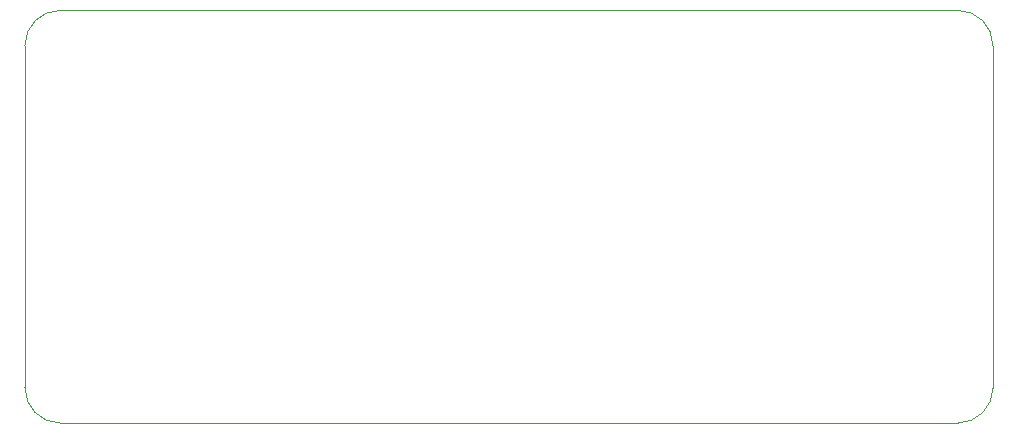
<source format=gm1>
%TF.GenerationSoftware,KiCad,Pcbnew,7.0.2*%
%TF.CreationDate,2024-01-21T15:04:15+01:00*%
%TF.ProjectId,ESP32CAM,45535033-3243-4414-9d2e-6b696361645f,rev?*%
%TF.SameCoordinates,Original*%
%TF.FileFunction,Profile,NP*%
%FSLAX46Y46*%
G04 Gerber Fmt 4.6, Leading zero omitted, Abs format (unit mm)*
G04 Created by KiCad (PCBNEW 7.0.2) date 2024-01-21 15:04:15*
%MOMM*%
%LPD*%
G01*
G04 APERTURE LIST*
%TA.AperFunction,Profile*%
%ADD10C,0.100000*%
%TD*%
G04 APERTURE END LIST*
D10*
X232225000Y-71850000D02*
X232225000Y-100800000D01*
X150250000Y-100800000D02*
X150250000Y-71850000D01*
X232225000Y-71850000D02*
G75*
G03*
X229225000Y-68850000I-3000000J0D01*
G01*
X153250000Y-68850000D02*
X229225000Y-68850000D01*
X229225000Y-103800000D02*
X153250000Y-103800000D01*
X150250000Y-100800000D02*
G75*
G03*
X153250000Y-103800000I3000000J0D01*
G01*
X229225000Y-103800000D02*
G75*
G03*
X232225000Y-100800000I0J3000000D01*
G01*
X153250000Y-68850000D02*
G75*
G03*
X150250000Y-71850000I0J-3000000D01*
G01*
M02*

</source>
